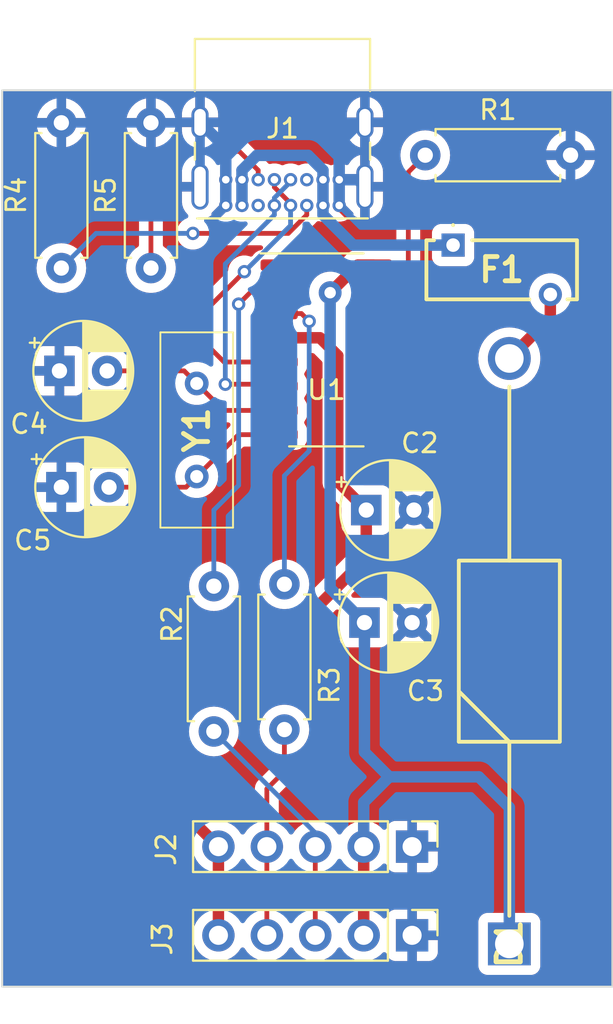
<source format=kicad_pcb>
(kicad_pcb (version 20221018) (generator pcbnew)
  (layers (0 "F.Cu" signal) (31 "B.Cu" signal) (34 "B.Paste" user) (35 "F.Paste" user) (36 "B.SilkS" user "B.Silkscreen") (37 "F.SilkS" user "F.Silkscreen") (38 "B.Mask" user) (39 "F.Mask" user) (44 "Edge.Cuts" user))
  (net 0 "")
  (net 1 "GND")
  (net 2 "Net-(U1-UD+)")
  (net 3 "Net-(U1-UD-)")
  (net 6 "Net-(U1-XI)")
  (net 7 "Net-(U1-XO)")
  (net 12 "Net-(U1-~{DTR})")
  (net 15 "Net-(U1-TXD)")
  (net 16 "Net-(U1-RXD)")
  (net 17 "Net-(F1-Pad1)")
  (net 18 "Net-(D1-A)")
  (net 19 "+5V")
  (net 20 "Net-(J1-CC1)")
  (net 21 "Net-(J1-CC2)")
  (net 22 "/Tx")
  (net 23 "/Rx")
  (net 24 "+3.3V")
  (footprint "Capacitor_THT:CP_Radial_D5.0mm_P2.50mm" (layer "F.Cu") (at 117.1 80.81)
    (fp_text reference "C5" (at -1.5 2.79) (layer "F.SilkS"))
    (fp_text value "22pF")
    (pad "1" thru_hole rect (at 0 0) (size 1.6 1.6) (drill 0.8) (layers "*.Cu" "*.Mask") (net 1 "GND"))
    (pad "2" thru_hole circle (at 2.5 0) (size 1.6 1.6) (drill 0.8) (layers "*.Cu" "*.Mask") (net 7 "Net-(U1-XO)"))
  )
  (footprint "Capacitor_THT:CP_Radial_D5.0mm_P2.50mm" (layer "F.Cu") (at 133.094888 82.01)
    (fp_text reference "C2" (at 2.805112 -3.51) (layer "F.SilkS"))
    (fp_text value "100nF")
    (pad "1" thru_hole rect (at 0 0) (size 1.6 1.6) (drill 0.8) (layers "*.Cu" "*.Mask") (net 24 "+3.3V"))
    (pad "2" thru_hole circle (at 2.5 0) (size 1.6 1.6) (drill 0.8) (layers "*.Cu" "*.Mask") (net 1 "GND"))
  )
  (footprint "Capacitor_THT:CP_Radial_D5.0mm_P2.50mm" (layer "F.Cu") (at 133 87.91)
    (fp_text reference "C3" (at 3.2 3.59) (layer "F.SilkS"))
    (fp_text value "100nF")
    (pad "1" thru_hole rect (at 0 0) (size 1.6 1.6) (drill 0.8) (layers "*.Cu" "*.Mask") (net 19 "+5V"))
    (pad "2" thru_hole circle (at 2.5 0) (size 1.6 1.6) (drill 0.8) (layers "*.Cu" "*.Mask") (net 1 "GND"))
  )
  (footprint "Fuse-MF-R050:MFR050" (layer "F.Cu") (at 137.65 68.115)
    (fp_text reference "F1" (at 2.55 1.295) (layer "F.SilkS") (effects (font (size 1.27 1.27) (thickness 0.254))))
    (fp_text value "MF-R050" hide)
    (pad "1" thru_hole rect (at 0 0) (size 1.217 1.217) (drill 0.71) (layers "*.Cu" "*.Mask") (net 17 "Net-(F1-Pad1)"))
    (pad "2" thru_hole circle (at 5.1 2.59) (size 1.217 1.217) (drill 0.71) (layers "*.Cu" "*.Mask") (net 18 "Net-(D1-A)"))
  )
  (footprint "Zenerdiode_1N5822:DIOAD3070W130L950D530" (layer "F.Cu") (at 140.6 104.76 90)
    (fp_text reference "D1" (at 0 0 90) (layer "F.SilkS") (effects (font (size 1.27 1.27) (thickness 0.254))))
    (fp_text value "1N5822" hide)
    (pad "1" thru_hole rect (at 0 0 90) (size 2.25 2.25) (drill 1.5) (layers "*.Cu" "*.Mask") (net 19 "+5V"))
    (pad "2" thru_hole circle (at 30.7 0 90) (size 2.25 2.25) (drill 1.5) (layers "*.Cu" "*.Mask") (net 18 "Net-(D1-A)"))
  )
  (footprint "Connector_USB:USB_C_Receptacle_GCT_USB4085" (layer "F.Cu") (at 131.675 66.035 180)
    (fp_text reference "J1" (at 2.975 4.035) (layer "F.SilkS"))
    (fp_text value "USB_C_Receptacle_USB2.0")
    (pad "A1" thru_hole circle (at 0 0 180) (size 0.7 0.7) (drill 0.4) (layers "*.Cu" "*.Mask") (net 1 "GND"))
    (pad "A4" thru_hole circle (at 0.85 0 180) (size 0.7 0.7) (drill 0.4) (layers "*.Cu" "*.Mask") (net 17 "Net-(F1-Pad1)"))
    (pad "A5" thru_hole circle (at 1.7 0 180) (size 0.7 0.7) (drill 0.4) (layers "*.Cu" "*.Mask") (net 20 "Net-(J1-CC1)"))
    (pad "A6" thru_hole circle (at 2.55 0 180) (size 0.7 0.7) (drill 0.4) (layers "*.Cu" "*.Mask") (net 2 "Net-(U1-UD+)"))
    (pad "A7" thru_hole circle (at 3.4 0 180) (size 0.7 0.7) (drill 0.4) (layers "*.Cu" "*.Mask") (net 3 "Net-(U1-UD-)"))
    (pad "A8" thru_hole circle (at 4.25 0 180) (size 0.7 0.7) (drill 0.4) (layers "*.Cu" "*.Mask"))
    (pad "A9" thru_hole circle (at 5.1 0 180) (size 0.7 0.7) (drill 0.4) (layers "*.Cu" "*.Mask") (net 17 "Net-(F1-Pad1)"))
    (pad "A12" thru_hole circle (at 5.95 0 180) (size 0.7 0.7) (drill 0.4) (layers "*.Cu" "*.Mask") (net 1 "GND"))
    (pad "B1" thru_hole circle (at 5.95 1.35 180) (size 0.7 0.7) (drill 0.4) (layers "*.Cu" "*.Mask") (net 1 "GND"))
    (pad "B4" thru_hole circle (at 5.1 1.35 180) (size 0.7 0.7) (drill 0.4) (layers "*.Cu" "*.Mask") (net 17 "Net-(F1-Pad1)"))
    (pad "B5" thru_hole circle (at 4.25 1.35 180) (size 0.7 0.7) (drill 0.4) (layers "*.Cu" "*.Mask") (net 21 "Net-(J1-CC2)"))
    (pad "B6" thru_hole circle (at 3.4 1.35 180) (size 0.7 0.7) (drill 0.4) (layers "*.Cu" "*.Mask") (net 2 "Net-(U1-UD+)"))
    (pad "B7" thru_hole circle (at 2.55 1.35 180) (size 0.7 0.7) (drill 0.4) (layers "*.Cu" "*.Mask") (net 3 "Net-(U1-UD-)"))
    (pad "B8" thru_hole circle (at 1.7 1.35 180) (size 0.7 0.7) (drill 0.4) (layers "*.Cu" "*.Mask"))
    (pad "B9" thru_hole circle (at 0.85 1.35 180) (size 0.7 0.7) (drill 0.4) (layers "*.Cu" "*.Mask") (net 17 "Net-(F1-Pad1)"))
    (pad "B12" thru_hole circle (at 0 1.35 180) (size 0.7 0.7) (drill 0.4) (layers "*.Cu" "*.Mask") (net 1 "GND"))
    (pad "S1" thru_hole oval (at -1.35 0.98 180) (size 0.9 2.4) (drill oval 0.6 2.1) (layers "*.Cu" "*.Mask") (net 1 "GND"))
    (pad "S1" thru_hole oval (at -1.35 4.36 180) (size 0.9 1.7) (drill oval 0.6 1.4) (layers "*.Cu" "*.Mask") (net 1 "GND"))
    (pad "S1" thru_hole oval (at 7.3 0.98 180) (size 0.9 2.4) (drill oval 0.6 2.1) (layers "*.Cu" "*.Mask") (net 1 "GND"))
    (pad "S1" thru_hole oval (at 7.3 4.36 180) (size 0.9 1.7) (drill oval 0.6 1.4) (layers "*.Cu" "*.Mask") (net 1 "GND"))
  )
  (footprint "Resistor_THT:R_Axial_DIN0207_L6.3mm_D2.5mm_P7.62mm_Horizontal" (layer "F.Cu") (at 117.1 69.32 90)
    (fp_text reference "R4" (at 3.81 -2.37 90) (layer "F.SilkS"))
    (fp_text value "5.1k")
    (pad "1" thru_hole circle (at 0 0 90) (size 1.6 1.6) (drill 0.8) (layers "*.Cu" "*.Mask") (net 20 "Net-(J1-CC1)"))
    (pad "2" thru_hole oval (at 7.62 0 90) (size 1.6 1.6) (drill 0.8) (layers "*.Cu" "*.Mask") (net 1 "GND"))
  )
  (footprint "Connector_PinHeader_2.54mm:PinHeader_1x05_P2.54mm_Vertical" (layer "F.Cu") (at 135.5 104.31 -90)
    (fp_text reference "J3" (at 0.19 13.1 90) (layer "F.SilkS"))
    (fp_text value "Conn_01x05")
    (pad "1" thru_hole rect (at 0 0 270) (size 1.7 1.7) (drill 1) (layers "*.Cu" "*.Mask") (net 1 "GND"))
    (pad "2" thru_hole oval (at 0 2.54 270) (size 1.7 1.7) (drill 1) (layers "*.Cu" "*.Mask") (net 19 "+5V"))
    (pad "3" thru_hole oval (at 0 5.08 270) (size 1.7 1.7) (drill 1) (layers "*.Cu" "*.Mask") (net 22 "/Tx"))
    (pad "4" thru_hole oval (at 0 7.62 270) (size 1.7 1.7) (drill 1) (layers "*.Cu" "*.Mask") (net 23 "/Rx"))
    (pad "5" thru_hole oval (at 0 10.16 270) (size 1.7 1.7) (drill 1) (layers "*.Cu" "*.Mask") (net 24 "+3.3V"))
  )
  (footprint "Package_SO:SOIC-16_3.9x9.9mm_P1.27mm" (layer "F.Cu") (at 131 73.61)
    (fp_text reference "U1" (at 0 2.1) (layer "F.SilkS"))
    (fp_text value "CH340G")
    (pad "1" smd roundrect (at -2.475 -4.445) (size 1.95 0.6) (layers "F.Cu" "F.Paste" "F.Mask") (net 1 "GND"))
    (pad "2" smd roundrect (at -2.475 -3.175) (size 1.95 0.6) (layers "F.Cu" "F.Paste" "F.Mask") (net 15 "Net-(U1-TXD)"))
    (pad "3" smd roundrect (at -2.475 -1.905) (size 1.95 0.6) (layers "F.Cu" "F.Paste" "F.Mask") (net 16 "Net-(U1-RXD)"))
    (pad "4" smd roundrect (at -2.475 -0.635) (size 1.95 0.6) (layers "F.Cu" "F.Paste" "F.Mask") (net 24 "+3.3V"))
    (pad "5" smd roundrect (at -2.475 0.635) (size 1.95 0.6) (layers "F.Cu" "F.Paste" "F.Mask") (net 2 "Net-(U1-UD+)"))
    (pad "6" smd roundrect (at -2.475 1.905) (size 1.95 0.6) (layers "F.Cu" "F.Paste" "F.Mask") (net 3 "Net-(U1-UD-)"))
    (pad "7" smd roundrect (at -2.475 3.175) (size 1.95 0.6) (layers "F.Cu" "F.Paste" "F.Mask") (net 6 "Net-(U1-XI)"))
    (pad "8" smd roundrect (at -2.475 4.445) (size 1.95 0.6) (layers "F.Cu" "F.Paste" "F.Mask") (net 7 "Net-(U1-XO)"))
    (pad "9" smd roundrect (at 2.475 4.445) (size 1.95 0.6) (layers "F.Cu" "F.Paste" "F.Mask"))
    (pad "10" smd roundrect (at 2.475 3.175) (size 1.95 0.6) (layers "F.Cu" "F.Paste" "F.Mask"))
    (pad "11" smd roundrect (at 2.475 1.905) (size 1.95 0.6) (layers "F.Cu" "F.Paste" "F.Mask"))
    (pad "12" smd roundrect (at 2.475 0.635) (size 1.95 0.6) (layers "F.Cu" "F.Paste" "F.Mask"))
    (pad "13" smd roundrect (at 2.475 -0.635) (size 1.95 0.6) (layers "F.Cu" "F.Paste" "F.Mask") (net 12 "Net-(U1-~{DTR})"))
    (pad "14" smd roundrect (at 2.475 -1.905) (size 1.95 0.6) (layers "F.Cu" "F.Paste" "F.Mask"))
    (pad "15" smd roundrect (at 2.475 -3.175) (size 1.95 0.6) (layers "F.Cu" "F.Paste" "F.Mask"))
    (pad "16" smd roundrect (at 2.475 -4.445) (size 1.95 0.6) (layers "F.Cu" "F.Paste" "F.Mask") (net 19 "+5V"))
  )
  (footprint "Resistor_THT:R_Axial_DIN0207_L6.3mm_D2.5mm_P7.62mm_Horizontal" (layer "F.Cu") (at 128.8 85.9 -90)
    (fp_text reference "R3" (at 5.3 -2.37 90) (layer "F.SilkS"))
    (fp_text value "1k")
    (pad "1" thru_hole circle (at 0 0 270) (size 1.6 1.6) (drill 0.8) (layers "*.Cu" "*.Mask") (net 16 "Net-(U1-RXD)"))
    (pad "2" thru_hole oval (at 7.62 0 270) (size 1.6 1.6) (drill 0.8) (layers "*.Cu" "*.Mask") (net 23 "/Rx"))
  )
  (footprint "Resistor_THT:R_Axial_DIN0207_L6.3mm_D2.5mm_P7.62mm_Horizontal" (layer "F.Cu") (at 136.19 63.4)
    (fp_text reference "R1" (at 3.81 -2.37) (layer "F.SilkS"))
    (fp_text value "4.7k")
    (pad "1" thru_hole circle (at 0 0) (size 1.6 1.6) (drill 0.8) (layers "*.Cu" "*.Mask") (net 12 "Net-(U1-~{DTR})"))
    (pad "2" thru_hole oval (at 7.62 0) (size 1.6 1.6) (drill 0.8) (layers "*.Cu" "*.Mask") (net 1 "GND"))
  )
  (footprint "Connector_PinHeader_2.54mm:PinHeader_1x05_P2.54mm_Vertical" (layer "F.Cu") (at 135.5 99.66 -90)
    (fp_text reference "J2" (at 0.14 12.9 90) (layer "F.SilkS"))
    (fp_text value "Conn_01x05")
    (pad "1" thru_hole rect (at 0 0 270) (size 1.7 1.7) (drill 1) (layers "*.Cu" "*.Mask") (net 1 "GND"))
    (pad "2" thru_hole oval (at 0 2.54 270) (size 1.7 1.7) (drill 1) (layers "*.Cu" "*.Mask") (net 19 "+5V"))
    (pad "3" thru_hole oval (at 0 5.08 270) (size 1.7 1.7) (drill 1) (layers "*.Cu" "*.Mask") (net 22 "/Tx"))
    (pad "4" thru_hole oval (at 0 7.62 270) (size 1.7 1.7) (drill 1) (layers "*.Cu" "*.Mask") (net 23 "/Rx"))
    (pad "5" thru_hole oval (at 0 10.16 270) (size 1.7 1.7) (drill 1) (layers "*.Cu" "*.Mask") (net 24 "+3.3V"))
  )
  (footprint "Capacitor_THT:CP_Radial_D5.0mm_P2.50mm" (layer "F.Cu") (at 117 74.71)
    (fp_text reference "C4" (at -1.6 2.79) (layer "F.SilkS"))
    (fp_text value "22pF")
    (pad "1" thru_hole rect (at 0 0) (size 1.6 1.6) (drill 0.8) (layers "*.Cu" "*.Mask") (net 1 "GND"))
    (pad "2" thru_hole circle (at 2.5 0) (size 1.6 1.6) (drill 0.8) (layers "*.Cu" "*.Mask") (net 6 "Net-(U1-XI)"))
  )
  (footprint "Resistor_THT:R_Axial_DIN0207_L6.3mm_D2.5mm_P7.62mm_Horizontal" (layer "F.Cu") (at 125.1 86 -90)
    (fp_text reference "R2" (at 2 2.2 90) (layer "F.SilkS"))
    (fp_text value "1k")
    (pad "1" thru_hole circle (at 0 0 270) (size 1.6 1.6) (drill 0.8) (layers "*.Cu" "*.Mask") (net 15 "Net-(U1-TXD)"))
    (pad "2" thru_hole oval (at 7.62 0 270) (size 1.6 1.6) (drill 0.8) (layers "*.Cu" "*.Mask") (net 22 "/Tx"))
  )
  (footprint "Resistor_THT:R_Axial_DIN0207_L6.3mm_D2.5mm_P7.62mm_Horizontal" (layer "F.Cu") (at 121.8 69.32 90)
    (fp_text reference "R5" (at 3.81 -2.37 90) (layer "F.SilkS"))
    (fp_text value "5.1k")
    (pad "1" thru_hole circle (at 0 0 90) (size 1.6 1.6) (drill 0.8) (layers "*.Cu" "*.Mask") (net 21 "Net-(J1-CC2)"))
    (pad "2" thru_hole oval (at 7.62 0 90) (size 1.6 1.6) (drill 0.8) (layers "*.Cu" "*.Mask") (net 1 "GND"))
  )
  (footprint "XT9S20ANA12M:XT9S20ANA12M" (layer "F.Cu") (at 124.2 75.37 -90)
    (fp_text reference "Y1" (at 2.44 0 90) (layer "F.SilkS") (effects (font (size 1.27 1.27) (thickness 0.254))))
    (fp_text value "XT9S20ANA12M" hide)
    (pad "1" thru_hole circle (at 0 0 270) (size 1.247 1.247) (drill 0.68) (layers "*.Cu" "*.Mask") (net 6 "Net-(U1-XI)"))
    (pad "2" thru_hole circle (at 4.88 0 270) (size 1.247 1.247) (drill 0.68) (layers "*.Cu" "*.Mask") (net 7 "Net-(U1-XO)"))
  )
  (gr_rect (start 114 60) (end 146 107) (stroke (width 0.1)) (fill none) (layer "Edge.Cuts"))
  (segment (start 125.725 63.025) (end 124.375 61.675) (width 0.6) (layer "B.Cu") (net 1))
  (segment (start 131.675 64.685) (end 131.675 62.735) (width 0.6) (layer "B.Cu") (net 1))
  (segment (start 131.675 66.035) (end 131.675 64.685) (width 0.6) (layer "B.Cu") (net 1))
  (segment (start 132.735 61.675) (end 133.025 61.675) (width 0.6) (layer "B.Cu") (net 1))
  (segment (start 132.655 64.685) (end 133.025 65.055) (width 0.6) (layer "B.Cu") (net 1))
  (segment (start 131.675 62.735) (end 132.735 61.675) (width 0.6) (layer "B.Cu") (net 1))
  (segment (start 125.725 64.685) (end 125.725 63.025) (width 0.6) (layer "B.Cu") (net 1))
  (segment (start 131.675 64.685) (end 132.655 64.685) (width 0.6) (layer "B.Cu") (net 1))
  (segment (start 125.725 66.035) (end 125.725 64.685) (width 0.6) (layer "B.Cu") (net 1))
  (segment (start 128.46 74.18) (end 128.525 74.245) (width 0.25) (layer "F.Cu") (net 2))
  (segment (start 126.7 69.51) (end 124.2 72.01) (width 0.25) (layer "F.Cu") (net 2))
  (segment (start 128.275 64.685) (end 128.275 65.080405) (width 0.25) (layer "F.Cu") (net 2))
  (segment (start 129.125 65.930405) (end 129.125 66.035) (width 0.25) (layer "F.Cu") (net 2))
  (segment (start 124.2 72.81) (end 125.635 74.245) (width 0.25) (layer "F.Cu") (net 2))
  (segment (start 125.635 74.245) (end 128.525 74.245) (width 0.25) (layer "F.Cu") (net 2))
  (segment (start 128.275 65.080405) (end 129.125 65.930405) (width 0.25) (layer "F.Cu") (net 2))
  (segment (start 124.2 72.01) (end 124.2 72.81) (width 0.25) (layer "F.Cu") (net 2))
  (via (at 126.7 69.51) (size 0.7) (drill 0.4) (layers "F.Cu" "B.Cu") (net 2))
  (segment (start 129.125 66.035) (end 129.125 67.085) (width 0.25) (layer "B.Cu") (net 2))
  (segment (start 129.125 67.085) (end 126.7 69.51) (width 0.25) (layer "B.Cu") (net 2))
  (segment (start 128.42 75.41) (end 128.525 75.515) (width 0.25) (layer "F.Cu") (net 3))
  (segment (start 125.7 75.41) (end 128.42 75.41) (width 0.25) (layer "F.Cu") (net 3))
  (via (at 125.7 75.41) (size 0.7) (drill 0.4) (layers "F.Cu" "B.Cu") (net 3))
  (segment (start 128.275 65.639595) (end 128.275 66.035) (width 0.25) (layer "B.Cu") (net 3))
  (segment (start 129.125 64.685) (end 129.125 64.789595) (width 0.25) (layer "B.Cu") (net 3))
  (segment (start 125.7 69.104974) (end 125.7 75.41) (width 0.25) (layer "B.Cu") (net 3))
  (segment (start 129.125 64.789595) (end 128.275 65.639595) (width 0.25) (layer "B.Cu") (net 3))
  (segment (start 125.7 75.41) (end 125.7 75.31) (width 0.25) (layer "B.Cu") (net 3))
  (segment (start 128.275 66.035) (end 128.275 66.529974) (width 0.25) (layer "B.Cu") (net 3))
  (segment (start 128.275 66.529974) (end 125.7 69.104974) (width 0.25) (layer "B.Cu") (net 3))
  (segment (start 125.615 76.785) (end 128.525 76.785) (width 0.25) (layer "F.Cu") (net 6))
  (segment (start 119.5 74.71) (end 123.54 74.71) (width 0.25) (layer "F.Cu") (net 6))
  (segment (start 124.2 75.37) (end 125.615 76.785) (width 0.25) (layer "F.Cu") (net 6))
  (segment (start 123.54 74.71) (end 124.2 75.37) (width 0.25) (layer "F.Cu") (net 6))
  (segment (start 123.64 80.81) (end 124.2 80.25) (width 0.25) (layer "F.Cu") (net 7))
  (segment (start 119.6 80.81) (end 123.64 80.81) (width 0.25) (layer "F.Cu") (net 7))
  (segment (start 126.395 78.055) (end 128.525 78.055) (width 0.25) (layer "F.Cu") (net 7))
  (segment (start 124.2 80.25) (end 126.395 78.055) (width 0.25) (layer "F.Cu") (net 7))
  (segment (start 135.3 72.4) (end 135.3 64.29) (width 0.25) (layer "F.Cu") (net 12))
  (segment (start 134.725 72.975) (end 135.3 72.4) (width 0.25) (layer "F.Cu") (net 12))
  (segment (start 133.475 72.975) (end 134.725 72.975) (width 0.25) (layer "F.Cu") (net 12))
  (segment (start 135.3 64.29) (end 136.19 63.4) (width 0.25) (layer "F.Cu") (net 12))
  (segment (start 126.4 71.21) (end 127.175 70.435) (width 0.25) (layer "F.Cu") (net 15))
  (segment (start 127.175 70.435) (end 128.525 70.435) (width 0.25) (layer "F.Cu") (net 15))
  (via (at 126.4 71.21) (size 0.7) (drill 0.4) (layers "F.Cu" "B.Cu") (net 15))
  (segment (start 125.1 82.01) (end 126.4 80.71) (width 0.25) (layer "B.Cu") (net 15))
  (segment (start 125.1 86) (end 125.1 82.01) (width 0.25) (layer "B.Cu") (net 15))
  (segment (start 126.4 80.71) (end 126.4 71.21) (width 0.25) (layer "B.Cu") (net 15))
  (segment (start 128.525 71.705) (end 129.695 71.705) (width 0.25) (layer "F.Cu") (net 16))
  (segment (start 129.695 71.705) (end 130.1 72.11) (width 0.25) (layer "F.Cu") (net 16))
  (via (at 130.1 72.11) (size 0.7) (drill 0.4) (layers "F.Cu" "B.Cu") (net 16))
  (segment (start 130.1 78.91) (end 130.1 72.11) (width 0.25) (layer "B.Cu") (net 16))
  (segment (start 128.8 85.9) (end 128.8 80.21) (width 0.25) (layer "B.Cu") (net 16))
  (segment (start 128.8 80.21) (end 130.1 78.91) (width 0.25) (layer "B.Cu") (net 16))
  (segment (start 126.575 64.685) (end 126.575 66.035) (width 0.6) (layer "B.Cu") (net 17))
  (segment (start 130.825 64.190026) (end 130.825 64.685) (width 0.6) (layer "B.Cu") (net 17))
  (segment (start 126.575 64.190026) (end 127.355026 63.41) (width 0.6) (layer "B.Cu") (net 17))
  (segment (start 130.825 64.685) (end 130.825 66.035) (width 0.6) (layer "B.Cu") (net 17))
  (segment (start 130.825 66.035) (end 130.825 66.529974) (width 0.6) (layer "B.Cu") (net 17))
  (segment (start 130.044974 63.41) (end 130.825 64.190026) (width 0.6) (layer "B.Cu") (net 17))
  (segment (start 132.410026 68.115) (end 137.65 68.115) (width 0.6) (layer "B.Cu") (net 17))
  (segment (start 126.575 64.685) (end 126.575 64.190026) (width 0.6) (layer "B.Cu") (net 17))
  (segment (start 127.355026 63.41) (end 130.044974 63.41) (width 0.6) (layer "B.Cu") (net 17))
  (segment (start 130.825 66.529974) (end 132.410026 68.115) (width 0.6) (layer "B.Cu") (net 17))
  (segment (start 142.75 71.91) (end 140.6 74.06) (width 0.6) (layer "F.Cu") (net 18))
  (segment (start 142.75 70.705) (end 142.75 71.91) (width 0.6) (layer "F.Cu") (net 18))
  (segment (start 131.2 70.61) (end 132.645 69.165) (width 0.6) (layer "F.Cu") (net 19))
  (segment (start 132.645 69.165) (end 133.475 69.165) (width 0.6) (layer "F.Cu") (net 19))
  (segment (start 132.96 99.66) (end 132.96 104.31) (width 0.6) (layer "F.Cu") (net 19))
  (via (at 131.2 70.61) (size 1.2) (drill 0.6) (layers "F.Cu" "B.Cu") (net 19))
  (segment (start 133 87.91) (end 131.2 86.11) (width 0.6) (layer "B.Cu") (net 19))
  (segment (start 134.3 96) (end 133 94.7) (width 0.6) (layer "B.Cu") (net 19))
  (segment (start 139 96) (end 134.3 96) (width 0.6) (layer "B.Cu") (net 19))
  (segment (start 132.96 97.34) (end 132.96 99.66) (width 0.6) (layer "B.Cu") (net 19))
  (segment (start 140.6 104.76) (end 140.6 97.6) (width 0.6) (layer "B.Cu") (net 19))
  (segment (start 140.6 97.6) (end 139 96) (width 0.6) (layer "B.Cu") (net 19))
  (segment (start 134.3 96) (end 132.96 97.34) (width 0.6) (layer "B.Cu") (net 19))
  (segment (start 133 94.7) (end 133 87.91) (width 0.6) (layer "B.Cu") (net 19))
  (segment (start 131.2 86.11) (end 131.2 70.61) (width 0.6) (layer "B.Cu") (net 19))
  (segment (start 131.2 70.61) (end 131.2 70.71) (width 0.6) (layer "B.Cu") (net 19))
  (segment (start 129.975 66.035) (end 129.975 66.529974) (width 0.25) (layer "F.Cu") (net 20))
  (segment (start 124 67.5) (end 124.1 67.5) (width 0.25) (layer "F.Cu") (net 20))
  (segment (start 129.004974 67.5) (end 124 67.5) (width 0.25) (layer "F.Cu") (net 20))
  (segment (start 129.975 66.529974) (end 129.004974 67.5) (width 0.25) (layer "F.Cu") (net 20))
  (via (at 124 67.5) (size 0.7) (drill 0.4) (layers "F.Cu" "B.Cu") (net 20))
  (segment (start 124 67.5) (end 118.92 67.5) (width 0.25) (layer "B.Cu") (net 20))
  (segment (start 118.92 67.5) (end 117.1 69.32) (width 0.25) (layer "B.Cu") (net 20))
  (segment (start 123.3 63.2) (end 126.434974 63.2) (width 0.25) (layer "F.Cu") (net 21))
  (segment (start 121.8 69.32) (end 121.8 64.7) (width 0.25) (layer "F.Cu") (net 21))
  (segment (start 126.434974 63.2) (end 127.425 64.190026) (width 0.25) (layer "F.Cu") (net 21))
  (segment (start 127.425 64.190026) (end 127.425 64.685) (width 0.25) (layer "F.Cu") (net 21))
  (segment (start 121.8 64.7) (end 123.3 63.2) (width 0.25) (layer "F.Cu") (net 21))
  (segment (start 130.42 99.66) (end 130.42 104.31) (width 0.25) (layer "F.Cu") (net 22))
  (segment (start 130.42 98.94) (end 130.42 99.66) (width 0.25) (layer "B.Cu") (net 22))
  (segment (start 125.1 93.62) (end 130.42 98.94) (width 0.25) (layer "B.Cu") (net 22))
  (segment (start 127.88 96.63) (end 127.88 99.66) (width 0.25) (layer "F.Cu") (net 23))
  (segment (start 128.8 95.71) (end 127.88 96.63) (width 0.25) (layer "F.Cu") (net 23))
  (segment (start 128.8 93.52) (end 128.8 95.71) (width 0.25) (layer "F.Cu") (net 23))
  (segment (start 127.88 99.66) (end 127.88 104.31) (width 0.25) (layer "F.Cu") (net 23))
  (segment (start 133.094888 84.515112) (end 127.5 90.11) (width 0.6) (layer "F.Cu") (net 24))
  (segment (start 125.34 99.66) (end 125.34 104.31) (width 0.6) (layer "F.Cu") (net 24))
  (segment (start 127.5 90.11) (end 124.9 90.11) (width 0.6) (layer "F.Cu") (net 24))
  (segment (start 133.094888 82.01) (end 133.094888 84.515112) (width 0.6) (layer "F.Cu") (net 24))
  (segment (start 124.9 90.11) (end 123.3 91.71) (width 0.6) (layer "F.Cu") (net 24))
  (segment (start 123.3 91.71) (end 123.3 97.62) (width 0.6) (layer "F.Cu") (net 24))
  (segment (start 131.6 80.515112) (end 131.6 73.91) (width 0.6) (layer "F.Cu") (net 24))
  (segment (start 130.665 72.975) (end 128.525 72.975) (width 0.6) (layer "F.Cu") (net 24))
  (segment (start 123.3 97.62) (end 125.34 99.66) (width 0.6) (layer "F.Cu") (net 24))
  (segment (start 133.094888 82.01) (end 131.6 80.515112) (width 0.6) (layer "F.Cu") (net 24))
  (segment (start 131.6 73.91) (end 130.665 72.975) (width 0.6) (layer "F.Cu") (net 24))
  (zone (net 1) (net_name "GND") (layer "F.Cu") (connect_pads (clearance 0.5)) (min_thickness 0.25) (fill yes (thermal_gap 0.5) (thermal_bridge_width 0.5))
    (polygon (pts (xy 114 60) (xy 114 107) (xy 146 107) (xy 146 60)))
  )
  (zone (net 1) (net_name "GND") (layer "B.Cu") (priority 1) (connect_pads (clearance 0.5)) (min_thickness 0.25) (fill yes (thermal_gap 0.5) (thermal_bridge_width 0.5))
    (polygon (pts (xy 114 60) (xy 114 107) (xy 146 107) (xy 146 60)))
  )
)
</source>
